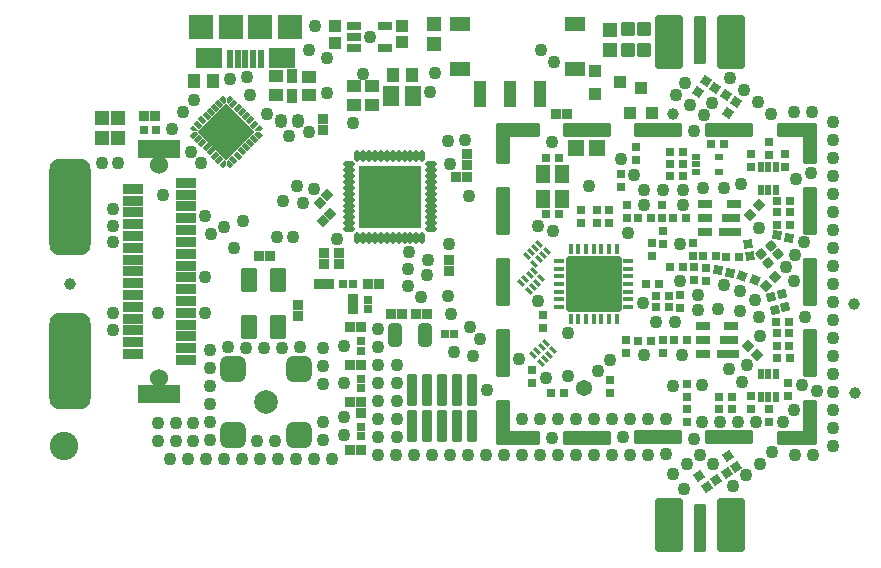
<source format=gts>
G04 Layer_Color=8388736*
%FSLAX25Y25*%
%MOIN*%
G70*
G01*
G75*
%ADD93C,0.03937*%
%ADD121R,0.20879X0.21076*%
%ADD122O,0.03950X0.01784*%
%ADD123O,0.01784X0.03950*%
%ADD124R,0.02953X0.02953*%
%ADD125P,0.19042X4X180.0*%
G04:AMPARAMS|DCode=126|XSize=16.54mil|YSize=24.41mil|CornerRadius=0mil|HoleSize=0mil|Usage=FLASHONLY|Rotation=135.000|XOffset=0mil|YOffset=0mil|HoleType=Round|Shape=Rectangle|*
%AMROTATEDRECTD126*
4,1,4,0.01448,0.00278,-0.00278,-0.01448,-0.01448,-0.00278,0.00278,0.01448,0.01448,0.00278,0.0*
%
%ADD126ROTATEDRECTD126*%

G04:AMPARAMS|DCode=127|XSize=16.54mil|YSize=24.41mil|CornerRadius=0mil|HoleSize=0mil|Usage=FLASHONLY|Rotation=225.000|XOffset=0mil|YOffset=0mil|HoleType=Round|Shape=Rectangle|*
%AMROTATEDRECTD127*
4,1,4,-0.00278,0.01448,0.01448,-0.00278,0.00278,-0.01448,-0.01448,0.00278,-0.00278,0.01448,0.0*
%
%ADD127ROTATEDRECTD127*%

G04:AMPARAMS|DCode=128|XSize=86.74mil|YSize=86.74mil|CornerRadius=22.9mil|HoleSize=0mil|Usage=FLASHONLY|Rotation=180.000|XOffset=0mil|YOffset=0mil|HoleType=Round|Shape=RoundedRectangle|*
%AMROUNDEDRECTD128*
21,1,0.08674,0.04095,0,0,180.0*
21,1,0.04095,0.08674,0,0,180.0*
1,1,0.04580,-0.02047,0.02047*
1,1,0.04580,0.02047,0.02047*
1,1,0.04580,0.02047,-0.02047*
1,1,0.04580,-0.02047,-0.02047*
%
%ADD128ROUNDEDRECTD128*%
G04:AMPARAMS|DCode=129|XSize=86.74mil|YSize=86.74mil|CornerRadius=22.9mil|HoleSize=0mil|Usage=FLASHONLY|Rotation=90.000|XOffset=0mil|YOffset=0mil|HoleType=Round|Shape=RoundedRectangle|*
%AMROUNDEDRECTD129*
21,1,0.08674,0.04095,0,0,90.0*
21,1,0.04095,0.08674,0,0,90.0*
1,1,0.04580,0.02047,0.02047*
1,1,0.04580,0.02047,-0.02047*
1,1,0.04580,-0.02047,-0.02047*
1,1,0.04580,-0.02047,0.02047*
%
%ADD129ROUNDEDRECTD129*%
G04:AMPARAMS|DCode=130|XSize=86.74mil|YSize=86.74mil|CornerRadius=22.9mil|HoleSize=0mil|Usage=FLASHONLY|Rotation=90.000|XOffset=0mil|YOffset=0mil|HoleType=Round|Shape=RoundedRectangle|*
%AMROUNDEDRECTD130*
21,1,0.08674,0.04095,0,0,90.0*
21,1,0.04095,0.08674,0,0,90.0*
1,1,0.04580,0.02047,0.02047*
1,1,0.04580,0.02047,-0.02047*
1,1,0.04580,-0.02047,-0.02047*
1,1,0.04580,-0.02047,0.02047*
%
%ADD130ROUNDEDRECTD130*%
G04:AMPARAMS|DCode=131|XSize=86.74mil|YSize=86.74mil|CornerRadius=22.9mil|HoleSize=0mil|Usage=FLASHONLY|Rotation=90.000|XOffset=0mil|YOffset=0mil|HoleType=Round|Shape=RoundedRectangle|*
%AMROUNDEDRECTD131*
21,1,0.08674,0.04095,0,0,90.0*
21,1,0.04095,0.08674,0,0,90.0*
1,1,0.04580,0.02047,0.02047*
1,1,0.04580,0.02047,-0.02047*
1,1,0.04580,-0.02047,-0.02047*
1,1,0.04580,-0.02047,0.02047*
%
%ADD131ROUNDEDRECTD131*%
%ADD132C,0.07891*%
%ADD133P,0.04176X4X260.0*%
%ADD134R,0.03241X0.03241*%
%ADD135R,0.03241X0.03241*%
G04:AMPARAMS|DCode=136|XSize=13.78mil|YSize=23.62mil|CornerRadius=0mil|HoleSize=0mil|Usage=FLASHONLY|Rotation=45.000|XOffset=0mil|YOffset=0mil|HoleType=Round|Shape=Rectangle|*
%AMROTATEDRECTD136*
4,1,4,0.00348,-0.01322,-0.01322,0.00348,-0.00348,0.01322,0.01322,-0.00348,0.00348,-0.01322,0.0*
%
%ADD136ROTATEDRECTD136*%

G04:AMPARAMS|DCode=137|XSize=29.26mil|YSize=29.65mil|CornerRadius=9.32mil|HoleSize=0mil|Usage=FLASHONLY|Rotation=270.000|XOffset=0mil|YOffset=0mil|HoleType=Round|Shape=RoundedRectangle|*
%AMROUNDEDRECTD137*
21,1,0.02926,0.01102,0,0,270.0*
21,1,0.01063,0.02965,0,0,270.0*
1,1,0.01863,-0.00551,-0.00532*
1,1,0.01863,-0.00551,0.00532*
1,1,0.01863,0.00551,0.00532*
1,1,0.01863,0.00551,-0.00532*
%
%ADD137ROUNDEDRECTD137*%
G04:AMPARAMS|DCode=138|XSize=29.26mil|YSize=29.65mil|CornerRadius=9.32mil|HoleSize=0mil|Usage=FLASHONLY|Rotation=270.000|XOffset=0mil|YOffset=0mil|HoleType=Round|Shape=RoundedRectangle|*
%AMROUNDEDRECTD138*
21,1,0.02926,0.01102,0,0,270.0*
21,1,0.01063,0.02965,0,0,270.0*
1,1,0.01863,-0.00551,-0.00532*
1,1,0.01863,-0.00551,0.00532*
1,1,0.01863,0.00551,0.00532*
1,1,0.01863,0.00551,-0.00532*
%
%ADD138ROUNDEDRECTD138*%
G04:AMPARAMS|DCode=139|XSize=47.37mil|YSize=47.37mil|CornerRadius=9.91mil|HoleSize=0mil|Usage=FLASHONLY|Rotation=180.000|XOffset=0mil|YOffset=0mil|HoleType=Round|Shape=RoundedRectangle|*
%AMROUNDEDRECTD139*
21,1,0.04737,0.02756,0,0,180.0*
21,1,0.02756,0.04737,0,0,180.0*
1,1,0.01981,-0.01378,0.01378*
1,1,0.01981,0.01378,0.01378*
1,1,0.01981,0.01378,-0.01378*
1,1,0.01981,-0.01378,-0.01378*
%
%ADD139ROUNDEDRECTD139*%
%ADD140R,0.04737X0.04343*%
G04:AMPARAMS|DCode=141|XSize=37.61mil|YSize=43.43mil|CornerRadius=11.4mil|HoleSize=0mil|Usage=FLASHONLY|Rotation=180.000|XOffset=0mil|YOffset=0mil|HoleType=Round|Shape=RoundedRectangle|*
%AMROUNDEDRECTD141*
21,1,0.03761,0.02063,0,0,180.0*
21,1,0.01480,0.04343,0,0,180.0*
1,1,0.02280,-0.00740,0.01032*
1,1,0.02280,0.00740,0.01032*
1,1,0.02280,0.00740,-0.01032*
1,1,0.02280,-0.00740,-0.01032*
%
%ADD141ROUNDEDRECTD141*%
G04:AMPARAMS|DCode=142|XSize=37.61mil|YSize=43.43mil|CornerRadius=11.4mil|HoleSize=0mil|Usage=FLASHONLY|Rotation=180.000|XOffset=0mil|YOffset=0mil|HoleType=Round|Shape=RoundedRectangle|*
%AMROUNDEDRECTD142*
21,1,0.03761,0.02063,0,0,180.0*
21,1,0.01480,0.04343,0,0,180.0*
1,1,0.02280,-0.00740,0.01032*
1,1,0.02280,0.00740,0.01032*
1,1,0.02280,0.00740,-0.01032*
1,1,0.02280,-0.00740,-0.01032*
%
%ADD142ROUNDEDRECTD142*%
%ADD143C,0.05394*%
%ADD144R,0.04343X0.04737*%
%ADD145R,0.03556X0.04540*%
G04:AMPARAMS|DCode=146|XSize=33.59mil|YSize=106.42mil|CornerRadius=5.28mil|HoleSize=0mil|Usage=FLASHONLY|Rotation=0.000|XOffset=0mil|YOffset=0mil|HoleType=Round|Shape=RoundedRectangle|*
%AMROUNDEDRECTD146*
21,1,0.03359,0.09587,0,0,0.0*
21,1,0.02303,0.10642,0,0,0.0*
1,1,0.01056,0.01152,-0.04793*
1,1,0.01056,-0.01152,-0.04793*
1,1,0.01056,-0.01152,0.04793*
1,1,0.01056,0.01152,0.04793*
%
%ADD146ROUNDEDRECTD146*%
G04:AMPARAMS|DCode=147|XSize=78.87mil|YSize=55.24mil|CornerRadius=6.36mil|HoleSize=0mil|Usage=FLASHONLY|Rotation=90.000|XOffset=0mil|YOffset=0mil|HoleType=Round|Shape=RoundedRectangle|*
%AMROUNDEDRECTD147*
21,1,0.07887,0.04252,0,0,90.0*
21,1,0.06614,0.05524,0,0,90.0*
1,1,0.01272,0.02126,0.03307*
1,1,0.01272,0.02126,-0.03307*
1,1,0.01272,-0.02126,-0.03307*
1,1,0.01272,-0.02126,0.03307*
%
%ADD147ROUNDEDRECTD147*%
G04:AMPARAMS|DCode=148|XSize=29.26mil|YSize=29.65mil|CornerRadius=9.32mil|HoleSize=0mil|Usage=FLASHONLY|Rotation=180.000|XOffset=0mil|YOffset=0mil|HoleType=Round|Shape=RoundedRectangle|*
%AMROUNDEDRECTD148*
21,1,0.02926,0.01102,0,0,180.0*
21,1,0.01063,0.02965,0,0,180.0*
1,1,0.01863,-0.00532,0.00551*
1,1,0.01863,0.00532,0.00551*
1,1,0.01863,0.00532,-0.00551*
1,1,0.01863,-0.00532,-0.00551*
%
%ADD148ROUNDEDRECTD148*%
G04:AMPARAMS|DCode=149|XSize=29.26mil|YSize=29.65mil|CornerRadius=9.32mil|HoleSize=0mil|Usage=FLASHONLY|Rotation=180.000|XOffset=0mil|YOffset=0mil|HoleType=Round|Shape=RoundedRectangle|*
%AMROUNDEDRECTD149*
21,1,0.02926,0.01102,0,0,180.0*
21,1,0.01063,0.02965,0,0,180.0*
1,1,0.01863,-0.00532,0.00551*
1,1,0.01863,0.00532,0.00551*
1,1,0.01863,0.00532,-0.00551*
1,1,0.01863,-0.00532,-0.00551*
%
%ADD149ROUNDEDRECTD149*%
%ADD150R,0.05512X0.05512*%
%ADD151R,0.01969X0.03740*%
G04:AMPARAMS|DCode=152|XSize=70.87mil|YSize=29.53mil|CornerRadius=2.61mil|HoleSize=0mil|Usage=FLASHONLY|Rotation=180.000|XOffset=0mil|YOffset=0mil|HoleType=Round|Shape=RoundedRectangle|*
%AMROUNDEDRECTD152*
21,1,0.07087,0.02431,0,0,180.0*
21,1,0.06565,0.02953,0,0,180.0*
1,1,0.00522,-0.03283,0.01216*
1,1,0.00522,0.03283,0.01216*
1,1,0.00522,0.03283,-0.01216*
1,1,0.00522,-0.03283,-0.01216*
%
%ADD152ROUNDEDRECTD152*%
G04:AMPARAMS|DCode=153|XSize=62.99mil|YSize=29.53mil|CornerRadius=2.61mil|HoleSize=0mil|Usage=FLASHONLY|Rotation=180.000|XOffset=0mil|YOffset=0mil|HoleType=Round|Shape=RoundedRectangle|*
%AMROUNDEDRECTD153*
21,1,0.06299,0.02431,0,0,180.0*
21,1,0.05778,0.02953,0,0,180.0*
1,1,0.00522,-0.02889,0.01216*
1,1,0.00522,0.02889,0.01216*
1,1,0.00522,0.02889,-0.01216*
1,1,0.00522,-0.02889,-0.01216*
%
%ADD153ROUNDEDRECTD153*%
G04:AMPARAMS|DCode=154|XSize=47.24mil|YSize=29.53mil|CornerRadius=2.61mil|HoleSize=0mil|Usage=FLASHONLY|Rotation=180.000|XOffset=0mil|YOffset=0mil|HoleType=Round|Shape=RoundedRectangle|*
%AMROUNDEDRECTD154*
21,1,0.04724,0.02431,0,0,180.0*
21,1,0.04203,0.02953,0,0,180.0*
1,1,0.00522,-0.02101,0.01216*
1,1,0.00522,0.02101,0.01216*
1,1,0.00522,0.02101,-0.01216*
1,1,0.00522,-0.02101,-0.01216*
%
%ADD154ROUNDEDRECTD154*%
G04:AMPARAMS|DCode=155|XSize=39.37mil|YSize=161.42mil|CornerRadius=3.74mil|HoleSize=0mil|Usage=FLASHONLY|Rotation=0.000|XOffset=0mil|YOffset=0mil|HoleType=Round|Shape=RoundedRectangle|*
%AMROUNDEDRECTD155*
21,1,0.03937,0.15394,0,0,0.0*
21,1,0.03189,0.16142,0,0,0.0*
1,1,0.00748,0.01595,-0.07697*
1,1,0.00748,-0.01595,-0.07697*
1,1,0.00748,-0.01595,0.07697*
1,1,0.00748,0.01595,0.07697*
%
%ADD155ROUNDEDRECTD155*%
%ADD156P,0.04176X4X270.0*%
%ADD157P,0.04176X4X330.0*%
%ADD158R,0.02953X0.02953*%
%ADD159R,0.04724X0.06299*%
%ADD160R,0.02769X0.02375*%
G04:AMPARAMS|DCode=161|XSize=47.37mil|YSize=78.87mil|CornerRadius=13.84mil|HoleSize=0mil|Usage=FLASHONLY|Rotation=180.000|XOffset=0mil|YOffset=0mil|HoleType=Round|Shape=RoundedRectangle|*
%AMROUNDEDRECTD161*
21,1,0.04737,0.05118,0,0,180.0*
21,1,0.01969,0.07887,0,0,180.0*
1,1,0.02769,-0.00984,0.02559*
1,1,0.02769,0.00984,0.02559*
1,1,0.02769,0.00984,-0.02559*
1,1,0.02769,-0.00984,-0.02559*
%
%ADD161ROUNDEDRECTD161*%
%ADD162R,0.02375X0.06115*%
%ADD163R,0.09068X0.07099*%
%ADD164R,0.07887X0.08280*%
%ADD165R,0.08280X0.08280*%
%ADD166R,0.03950X0.08674*%
%ADD167R,0.06902X0.05131*%
%ADD168R,0.04737X0.03162*%
%ADD169R,0.04343X0.03950*%
%ADD170R,0.05328X0.06509*%
%ADD171P,0.04583X4X180.0*%
%ADD172R,0.14186X0.05918*%
%ADD173R,0.06706X0.03556*%
%ADD174R,0.04737X0.05131*%
%ADD175R,0.03162X0.02769*%
%ADD176P,0.04176X4X100.0*%
%ADD177P,0.04176X4X190.0*%
%ADD178P,0.04176X4X265.0*%
%ADD179P,0.04176X4X215.0*%
%ADD180P,0.04176X4X273.0*%
%ADD181P,0.04176X4X320.0*%
%ADD182P,0.04176X4X180.0*%
%ADD183P,0.04176X4X385.0*%
%ADD184P,0.04176X4X350.0*%
%ADD185R,0.03950X0.04343*%
%ADD186R,0.04343X0.03950*%
G04:AMPARAMS|DCode=187|XSize=47.37mil|YSize=148.55mil|CornerRadius=4.98mil|HoleSize=0mil|Usage=FLASHONLY|Rotation=270.000|XOffset=0mil|YOffset=0mil|HoleType=Round|Shape=RoundedRectangle|*
%AMROUNDEDRECTD187*
21,1,0.04737,0.13858,0,0,270.0*
21,1,0.03740,0.14855,0,0,270.0*
1,1,0.00997,-0.06929,-0.01870*
1,1,0.00997,-0.06929,0.01870*
1,1,0.00997,0.06929,0.01870*
1,1,0.00997,0.06929,-0.01870*
%
%ADD187ROUNDEDRECTD187*%
G04:AMPARAMS|DCode=188|XSize=47.37mil|YSize=148.55mil|CornerRadius=4.98mil|HoleSize=0mil|Usage=FLASHONLY|Rotation=180.000|XOffset=0mil|YOffset=0mil|HoleType=Round|Shape=RoundedRectangle|*
%AMROUNDEDRECTD188*
21,1,0.04737,0.13858,0,0,180.0*
21,1,0.03740,0.14855,0,0,180.0*
1,1,0.00997,-0.01870,0.06929*
1,1,0.00997,0.01870,0.06929*
1,1,0.00997,0.01870,-0.06929*
1,1,0.00997,-0.01870,-0.06929*
%
%ADD188ROUNDEDRECTD188*%
G04:AMPARAMS|DCode=189|XSize=47.37mil|YSize=135.56mil|CornerRadius=4.98mil|HoleSize=0mil|Usage=FLASHONLY|Rotation=180.000|XOffset=0mil|YOffset=0mil|HoleType=Round|Shape=RoundedRectangle|*
%AMROUNDEDRECTD189*
21,1,0.04737,0.12559,0,0,180.0*
21,1,0.03740,0.13556,0,0,180.0*
1,1,0.00997,-0.01870,0.06280*
1,1,0.00997,0.01870,0.06280*
1,1,0.00997,0.01870,-0.06280*
1,1,0.00997,-0.01870,-0.06280*
%
%ADD189ROUNDEDRECTD189*%
G04:AMPARAMS|DCode=190|XSize=47.37mil|YSize=135.56mil|CornerRadius=4.98mil|HoleSize=0mil|Usage=FLASHONLY|Rotation=90.000|XOffset=0mil|YOffset=0mil|HoleType=Round|Shape=RoundedRectangle|*
%AMROUNDEDRECTD190*
21,1,0.04737,0.12559,0,0,90.0*
21,1,0.03740,0.13556,0,0,90.0*
1,1,0.00997,0.06280,0.01870*
1,1,0.00997,0.06280,-0.01870*
1,1,0.00997,-0.06280,-0.01870*
1,1,0.00997,-0.06280,0.01870*
%
%ADD190ROUNDEDRECTD190*%
G04:AMPARAMS|DCode=191|XSize=47.37mil|YSize=157.61mil|CornerRadius=4.98mil|HoleSize=0mil|Usage=FLASHONLY|Rotation=90.000|XOffset=0mil|YOffset=0mil|HoleType=Round|Shape=RoundedRectangle|*
%AMROUNDEDRECTD191*
21,1,0.04737,0.14764,0,0,90.0*
21,1,0.03740,0.15761,0,0,90.0*
1,1,0.00997,0.07382,0.01870*
1,1,0.00997,0.07382,-0.01870*
1,1,0.00997,-0.07382,-0.01870*
1,1,0.00997,-0.07382,0.01870*
%
%ADD191ROUNDEDRECTD191*%
G04:AMPARAMS|DCode=192|XSize=47.37mil|YSize=157.61mil|CornerRadius=4.98mil|HoleSize=0mil|Usage=FLASHONLY|Rotation=0.000|XOffset=0mil|YOffset=0mil|HoleType=Round|Shape=RoundedRectangle|*
%AMROUNDEDRECTD192*
21,1,0.04737,0.14764,0,0,0.0*
21,1,0.03740,0.15761,0,0,0.0*
1,1,0.00997,0.01870,-0.07382*
1,1,0.00997,-0.01870,-0.07382*
1,1,0.00997,-0.01870,0.07382*
1,1,0.00997,0.01870,0.07382*
%
%ADD192ROUNDEDRECTD192*%
G04:AMPARAMS|DCode=193|XSize=185.04mil|YSize=185.04mil|CornerRadius=6.5mil|HoleSize=0mil|Usage=FLASHONLY|Rotation=270.000|XOffset=0mil|YOffset=0mil|HoleType=Round|Shape=RoundedRectangle|*
%AMROUNDEDRECTD193*
21,1,0.18504,0.17205,0,0,270.0*
21,1,0.17205,0.18504,0,0,270.0*
1,1,0.01299,-0.08602,-0.08602*
1,1,0.01299,-0.08602,0.08602*
1,1,0.01299,0.08602,0.08602*
1,1,0.01299,0.08602,-0.08602*
%
%ADD193ROUNDEDRECTD193*%
%ADD194O,0.01575X0.03543*%
%ADD195O,0.03543X0.01575*%
%ADD196C,0.09494*%
G04:AMPARAMS|DCode=197|XSize=90.55mil|YSize=177.16mil|CornerRadius=6.3mil|HoleSize=0mil|Usage=FLASHONLY|Rotation=0.000|XOffset=0mil|YOffset=0mil|HoleType=Round|Shape=RoundedRectangle|*
%AMROUNDEDRECTD197*
21,1,0.09055,0.16457,0,0,0.0*
21,1,0.07795,0.17716,0,0,0.0*
1,1,0.01260,0.03898,-0.08228*
1,1,0.01260,-0.03898,-0.08228*
1,1,0.01260,-0.03898,0.08228*
1,1,0.01260,0.03898,0.08228*
%
%ADD197ROUNDEDRECTD197*%
G04:AMPARAMS|DCode=198|XSize=137.92mil|YSize=322.96mil|CornerRadius=36.48mil|HoleSize=0mil|Usage=FLASHONLY|Rotation=0.000|XOffset=0mil|YOffset=0mil|HoleType=Round|Shape=RoundedRectangle|*
%AMROUNDEDRECTD198*
21,1,0.13792,0.25000,0,0,0.0*
21,1,0.06496,0.32296,0,0,0.0*
1,1,0.07296,0.03248,-0.12500*
1,1,0.07296,-0.03248,-0.12500*
1,1,0.07296,-0.03248,0.12500*
1,1,0.07296,0.03248,0.12500*
%
%ADD198ROUNDEDRECTD198*%
%ADD199C,0.06000*%
%ADD200C,0.04300*%
G36*
X50877Y50525D02*
X51392Y50011D01*
X49666Y48285D01*
X48497Y49455D01*
X49569Y50526D01*
X50877Y50525D01*
D02*
G37*
G36*
X72828Y49455D02*
X71659Y48285D01*
X69933Y50011D01*
X70448Y50525D01*
X71756Y50526D01*
X72828Y49455D01*
D02*
G37*
G36*
X63085Y39711D02*
X61915Y38542D01*
X60844Y39614D01*
X60845Y40921D01*
X61359Y41437D01*
X63085Y39711D01*
D02*
G37*
G36*
X60480Y40921D02*
X60481Y39614D01*
X59410Y38542D01*
X58241Y39711D01*
X59967Y41437D01*
X60480Y40921D01*
D02*
G37*
G36*
X60481Y61801D02*
X60480Y60493D01*
X59967Y59978D01*
X58241Y61704D01*
X59410Y62873D01*
X60481Y61801D01*
D02*
G37*
G36*
X63085Y61704D02*
X61359Y59978D01*
X60845Y60493D01*
X60844Y61801D01*
X61915Y62873D01*
X63085Y61704D01*
D02*
G37*
G36*
X51392Y51403D02*
X50877Y50890D01*
X49569Y50889D01*
X48497Y51960D01*
X49666Y53129D01*
X51392Y51403D01*
D02*
G37*
G36*
X72828Y51960D02*
X71756Y50889D01*
X70448Y50890D01*
X69933Y51403D01*
X71659Y53129D01*
X72828Y51960D01*
D02*
G37*
D93*
X8500Y0D02*
D03*
X270100Y-36500D02*
D03*
X270000Y-6700D02*
D03*
X209600Y56600D02*
D03*
D121*
X115158Y29071D02*
D03*
D122*
X101477Y18244D02*
D03*
Y20212D02*
D03*
Y22181D02*
D03*
Y24149D02*
D03*
Y26118D02*
D03*
Y28087D02*
D03*
Y30055D02*
D03*
Y32024D02*
D03*
Y33992D02*
D03*
Y35961D02*
D03*
Y37929D02*
D03*
Y39898D02*
D03*
X128839D02*
D03*
Y37929D02*
D03*
Y35961D02*
D03*
Y33992D02*
D03*
Y32024D02*
D03*
Y30055D02*
D03*
Y28087D02*
D03*
Y26118D02*
D03*
Y24149D02*
D03*
Y22181D02*
D03*
Y20212D02*
D03*
Y18244D02*
D03*
D123*
X104331Y42752D02*
D03*
X106299D02*
D03*
X108268D02*
D03*
X110237D02*
D03*
X112205D02*
D03*
X114174D02*
D03*
X116142D02*
D03*
X118111D02*
D03*
X120079D02*
D03*
X122048D02*
D03*
X124016D02*
D03*
X125985D02*
D03*
Y15390D02*
D03*
X124016D02*
D03*
X122048D02*
D03*
X120079D02*
D03*
X118111D02*
D03*
X116142D02*
D03*
X114174D02*
D03*
X112205D02*
D03*
X110237D02*
D03*
X108268D02*
D03*
X106299D02*
D03*
X104331D02*
D03*
D124*
X248300Y-16435D02*
D03*
X248300Y-20765D02*
D03*
X162400Y-28735D02*
D03*
Y-33065D02*
D03*
X197100Y41235D02*
D03*
Y45565D02*
D03*
X192100Y32135D02*
D03*
Y36465D02*
D03*
X214300Y-45965D02*
D03*
Y-41635D02*
D03*
Y-37665D02*
D03*
Y-33335D02*
D03*
X235700Y39035D02*
D03*
Y43365D02*
D03*
X184300Y20135D02*
D03*
Y24465D02*
D03*
X247900Y-37465D02*
D03*
Y-33135D02*
D03*
X244300Y-20765D02*
D03*
X244300Y-16435D02*
D03*
X220600Y5265D02*
D03*
Y935D02*
D03*
X206200Y-18800D02*
D03*
X206200Y-23131D02*
D03*
X216200Y9235D02*
D03*
X216200Y13565D02*
D03*
X202600Y9235D02*
D03*
Y13565D02*
D03*
X206300Y13335D02*
D03*
Y17665D02*
D03*
X248500Y19735D02*
D03*
X248500Y24065D02*
D03*
X244300Y24065D02*
D03*
Y19735D02*
D03*
X194000Y-18800D02*
D03*
Y-23131D02*
D03*
X194200Y22035D02*
D03*
Y26365D02*
D03*
X216600Y1235D02*
D03*
Y5565D02*
D03*
X235500Y-41765D02*
D03*
Y-37435D02*
D03*
X247000Y43365D02*
D03*
Y39035D02*
D03*
X166299Y-10296D02*
D03*
Y-14627D02*
D03*
X178834Y20135D02*
D03*
Y24465D02*
D03*
X188064Y20140D02*
D03*
Y24470D02*
D03*
X241400Y42935D02*
D03*
X241400Y47265D02*
D03*
X241400Y-41635D02*
D03*
X241400Y-45965D02*
D03*
X188700Y-31935D02*
D03*
Y-36265D02*
D03*
X205900Y22000D02*
D03*
Y26331D02*
D03*
X212000Y-3635D02*
D03*
Y-7965D02*
D03*
D125*
X60663Y50707D02*
D03*
D126*
X58296Y41381D02*
D03*
X56904Y42773D02*
D03*
X55512Y44165D02*
D03*
X54120Y45557D02*
D03*
X52728Y46949D02*
D03*
X51337Y48341D02*
D03*
X63029Y60033D02*
D03*
X64421Y58641D02*
D03*
X65813Y57249D02*
D03*
X67205Y55857D02*
D03*
X68597Y54466D02*
D03*
X69989Y53074D02*
D03*
D127*
X51337D02*
D03*
X52728Y54466D02*
D03*
X54120Y55857D02*
D03*
X55512Y57249D02*
D03*
X56904Y58641D02*
D03*
X58296Y60033D02*
D03*
X69989Y48341D02*
D03*
X68597Y46949D02*
D03*
X67205Y45557D02*
D03*
X65813Y44165D02*
D03*
X64421Y42773D02*
D03*
X63029Y41381D02*
D03*
D128*
X62876Y-28276D02*
D03*
D129*
Y-50324D02*
D03*
D130*
X84924Y-28276D02*
D03*
D131*
Y-50324D02*
D03*
D132*
X73900Y-39300D02*
D03*
D133*
X223917Y-65518D02*
D03*
X227465Y-63034D02*
D03*
D134*
X101928Y-39400D02*
D03*
X105472D02*
D03*
X174272Y56500D02*
D03*
X170728D02*
D03*
X36872Y55800D02*
D03*
X33328D02*
D03*
X137228Y35500D02*
D03*
X140772D02*
D03*
X105454Y-14390D02*
D03*
X101911D02*
D03*
X75172Y9400D02*
D03*
X71628Y9400D02*
D03*
X105452Y-55475D02*
D03*
X101909D02*
D03*
X107868Y46D02*
D03*
X111412D02*
D03*
X95047Y-1D02*
D03*
X91504D02*
D03*
X105457Y-26928D02*
D03*
X101914D02*
D03*
X115710Y-10058D02*
D03*
X119254D02*
D03*
X127472Y-10100D02*
D03*
X123928D02*
D03*
D135*
X141000Y43272D02*
D03*
Y39728D02*
D03*
X93000Y54972D02*
D03*
Y51428D02*
D03*
X84500Y-7128D02*
D03*
Y-10672D02*
D03*
X105452Y-39403D02*
D03*
Y-42946D02*
D03*
X102845Y-4901D02*
D03*
Y-8444D02*
D03*
X98084Y10174D02*
D03*
Y6630D02*
D03*
X93190Y10177D02*
D03*
Y6634D02*
D03*
X134800Y7972D02*
D03*
Y4428D02*
D03*
D136*
X165641Y1835D02*
D03*
X164249Y443D02*
D03*
X162857Y-949D02*
D03*
X161465Y-2341D02*
D03*
X158959Y165D02*
D03*
X160351Y1557D02*
D03*
X161743Y2949D02*
D03*
X163135Y4341D02*
D03*
X169641Y-22165D02*
D03*
X168249Y-23557D02*
D03*
X166857Y-24949D02*
D03*
X165465Y-26341D02*
D03*
X162959Y-23835D02*
D03*
X164351Y-22443D02*
D03*
X165743Y-21051D02*
D03*
X167135Y-19659D02*
D03*
X167541Y10935D02*
D03*
X166149Y9543D02*
D03*
X164757Y8151D02*
D03*
X163365Y6759D02*
D03*
X160859Y9265D02*
D03*
X162251Y10657D02*
D03*
X163643Y12049D02*
D03*
X165035Y13441D02*
D03*
D137*
X133525Y-16800D02*
D03*
X102843Y-133D02*
D03*
D138*
X136675Y-16800D02*
D03*
X99694Y-133D02*
D03*
D139*
X199800Y77900D02*
D03*
Y84806D02*
D03*
X194400Y77900D02*
D03*
Y84806D02*
D03*
D140*
X103100Y59500D02*
D03*
Y65799D02*
D03*
X109200Y59500D02*
D03*
Y65799D02*
D03*
X88158Y69130D02*
D03*
Y62831D02*
D03*
X77266Y62841D02*
D03*
Y69140D02*
D03*
D141*
X78932Y54328D02*
D03*
D142*
X84444D02*
D03*
D143*
X180000Y-34800D02*
D03*
D144*
X50050Y67700D02*
D03*
X56350D02*
D03*
X122650Y69500D02*
D03*
X116350D02*
D03*
D145*
X82696Y69169D02*
D03*
Y62673D02*
D03*
D146*
X122600Y-35394D02*
D03*
X127600D02*
D03*
X132600D02*
D03*
X137600D02*
D03*
X142600D02*
D03*
Y-47205D02*
D03*
X137600D02*
D03*
X132600D02*
D03*
X127600D02*
D03*
X122600D02*
D03*
D147*
X68288Y-14462D02*
D03*
Y1286D02*
D03*
X77737Y-14462D02*
D03*
Y1286D02*
D03*
D148*
X105452Y-47600D02*
D03*
X107869Y-5294D02*
D03*
X105455Y-31575D02*
D03*
X105455Y-19100D02*
D03*
D149*
X105452Y-50749D02*
D03*
X107869Y-8443D02*
D03*
X105455Y-34724D02*
D03*
X105455Y-22250D02*
D03*
D150*
X177157Y45300D02*
D03*
X184243D02*
D03*
D151*
X238808Y31460D02*
D03*
X241367Y31460D02*
D03*
X243926Y31460D02*
D03*
X243926Y38940D02*
D03*
X241367D02*
D03*
X238808Y38940D02*
D03*
X243926Y-30123D02*
D03*
X241367Y-30123D02*
D03*
X238808Y-30123D02*
D03*
X238808Y-37604D02*
D03*
X241367Y-37604D02*
D03*
X243926Y-37604D02*
D03*
D152*
X227843Y-23524D02*
D03*
X228643Y17276D02*
D03*
D153*
X228237Y-18800D02*
D03*
X229037Y22000D02*
D03*
D154*
X229024Y-14076D02*
D03*
X219576Y-23524D02*
D03*
Y-18800D02*
D03*
X219576Y-14076D02*
D03*
X229824Y26724D02*
D03*
X220376Y17276D02*
D03*
X220376Y22000D02*
D03*
Y26724D02*
D03*
D155*
X218600Y-81300D02*
D03*
Y81300D02*
D03*
D156*
X240569Y-831D02*
D03*
X243631Y2231D02*
D03*
D157*
X243421Y-8683D02*
D03*
X242300Y-4500D02*
D03*
X245840Y-3508D02*
D03*
X246960Y-7692D02*
D03*
D158*
X244235Y-24600D02*
D03*
X248565Y-24600D02*
D03*
X243995Y-12606D02*
D03*
X248326D02*
D03*
X200435Y0D02*
D03*
X204765D02*
D03*
X209835Y-18800D02*
D03*
X214165Y-18800D02*
D03*
X244235Y27500D02*
D03*
X248565Y27500D02*
D03*
X203935Y-4100D02*
D03*
X208265D02*
D03*
X203935Y-7800D02*
D03*
X208265D02*
D03*
X202165Y-18965D02*
D03*
X197835Y-18965D02*
D03*
X202165Y22000D02*
D03*
X197835D02*
D03*
X171570Y23132D02*
D03*
X167239D02*
D03*
X167229Y42023D02*
D03*
X171560D02*
D03*
X208535Y43800D02*
D03*
X212865D02*
D03*
Y35800D02*
D03*
X208535D02*
D03*
Y39800D02*
D03*
X212865D02*
D03*
X226465Y46500D02*
D03*
X222135D02*
D03*
X168935Y-36500D02*
D03*
X173265D02*
D03*
X224935Y-41600D02*
D03*
X229265D02*
D03*
X229365Y-37600D02*
D03*
X225035D02*
D03*
X208435Y5500D02*
D03*
X212765D02*
D03*
X209535Y22000D02*
D03*
X213865D02*
D03*
X219535Y9200D02*
D03*
X223865D02*
D03*
X231565Y9100D02*
D03*
X227235Y9100D02*
D03*
D159*
X172544Y36688D02*
D03*
X166245D02*
D03*
X172544Y28420D02*
D03*
X166245D02*
D03*
D160*
X224746Y37282D02*
D03*
Y42400D02*
D03*
X217265Y37282D02*
D03*
Y39841D02*
D03*
Y42400D02*
D03*
D161*
X126803Y-17158D02*
D03*
X116961D02*
D03*
D162*
X61921Y74968D02*
D03*
X72158D02*
D03*
X69598D02*
D03*
X64480D02*
D03*
X67039D02*
D03*
D163*
X54835Y75461D02*
D03*
X79244D02*
D03*
D164*
X82000Y85500D02*
D03*
X52079D02*
D03*
D165*
X71764D02*
D03*
X62315D02*
D03*
D166*
X145180Y63252D02*
D03*
X165180D02*
D03*
X155180D02*
D03*
D167*
X138507Y86500D02*
D03*
X176893D02*
D03*
Y71500D02*
D03*
X138507D02*
D03*
D168*
X113730Y86070D02*
D03*
Y78589D02*
D03*
X103100D02*
D03*
Y82330D02*
D03*
Y86070D02*
D03*
D169*
X97005Y85816D02*
D03*
Y80304D02*
D03*
X119167Y86075D02*
D03*
Y80563D02*
D03*
D170*
X115657Y62500D02*
D03*
X122743D02*
D03*
D171*
X95353Y23453D02*
D03*
X92847Y20947D02*
D03*
X94253Y29553D02*
D03*
X91747Y27047D02*
D03*
D172*
X38275Y45103D02*
D03*
Y-36787D02*
D03*
D173*
X47133Y-25369D02*
D03*
Y-21432D02*
D03*
Y-17495D02*
D03*
Y-13558D02*
D03*
Y-9621D02*
D03*
Y-5684D02*
D03*
Y-1747D02*
D03*
Y33686D02*
D03*
Y29749D02*
D03*
Y25812D02*
D03*
Y21875D02*
D03*
Y17938D02*
D03*
Y14001D02*
D03*
Y10064D02*
D03*
Y6127D02*
D03*
Y2190D02*
D03*
X29417Y31717D02*
D03*
Y27780D02*
D03*
Y23843D02*
D03*
Y19906D02*
D03*
Y15969D02*
D03*
Y12032D02*
D03*
Y8095D02*
D03*
Y-23401D02*
D03*
Y-19464D02*
D03*
Y-15527D02*
D03*
Y-11590D02*
D03*
Y-7653D02*
D03*
Y-3716D02*
D03*
Y221D02*
D03*
Y4158D02*
D03*
D174*
X24700Y48554D02*
D03*
Y55246D02*
D03*
X19200Y48554D02*
D03*
Y55246D02*
D03*
X129900Y79954D02*
D03*
Y86646D02*
D03*
X188500Y77954D02*
D03*
Y84646D02*
D03*
D175*
X37069Y51400D02*
D03*
X33132D02*
D03*
D176*
X220528Y67644D02*
D03*
X218043Y64096D02*
D03*
X230442Y60474D02*
D03*
X227958Y56926D02*
D03*
D177*
X223626Y65342D02*
D03*
X227174Y62858D02*
D03*
D178*
X241341Y7108D02*
D03*
X244659Y9892D02*
D03*
X242259Y12592D02*
D03*
X238941Y9808D02*
D03*
D179*
X244068Y16176D02*
D03*
X248332Y15424D02*
D03*
X224422Y4526D02*
D03*
X228687Y3774D02*
D03*
D180*
X235351Y23091D02*
D03*
X238249Y26309D02*
D03*
D181*
X235089Y9143D02*
D03*
X234711Y13457D02*
D03*
D182*
X234469Y-20669D02*
D03*
X237531Y-23731D02*
D03*
D183*
X236735Y1159D02*
D03*
X232665Y2641D02*
D03*
D184*
X220742Y-67674D02*
D03*
X218258Y-64126D02*
D03*
X230442Y-60874D02*
D03*
X227958Y-57326D02*
D03*
D185*
X198900Y65331D02*
D03*
X202640Y57063D02*
D03*
X195160D02*
D03*
D186*
X191831Y67200D02*
D03*
X183563Y63460D02*
D03*
Y70940D02*
D03*
D187*
X157903Y-51220D02*
D03*
X157869Y51212D02*
D03*
D188*
X152809Y-46145D02*
D03*
X255207Y-46137D02*
D03*
D189*
X255196Y46791D02*
D03*
X152789Y46791D02*
D03*
D190*
X250782Y51199D02*
D03*
X250788Y-51210D02*
D03*
D191*
X181023Y-51218D02*
D03*
X204653Y-51196D02*
D03*
X228268D02*
D03*
X228275Y51207D02*
D03*
X204661D02*
D03*
X181031Y51185D02*
D03*
D192*
X152791Y-23010D02*
D03*
X152800Y617D02*
D03*
X255194Y670D02*
D03*
X255175Y24348D02*
D03*
X255186Y-22957D02*
D03*
X152780Y24295D02*
D03*
D193*
X183100Y0D02*
D03*
D194*
X190777Y11614D02*
D03*
X188218D02*
D03*
X185659D02*
D03*
X183100D02*
D03*
X180541D02*
D03*
X177982D02*
D03*
X175423D02*
D03*
Y-11614D02*
D03*
X177982D02*
D03*
X180541D02*
D03*
X183100D02*
D03*
X185659D02*
D03*
X188218D02*
D03*
X190777D02*
D03*
D195*
X171486Y7677D02*
D03*
Y5118D02*
D03*
Y2559D02*
D03*
Y0D02*
D03*
Y-2559D02*
D03*
Y-5118D02*
D03*
Y-7677D02*
D03*
X194714D02*
D03*
Y-5118D02*
D03*
Y-2559D02*
D03*
Y0D02*
D03*
Y2559D02*
D03*
Y5118D02*
D03*
Y7677D02*
D03*
D196*
X6400Y-54100D02*
D03*
D197*
X228836Y-80513D02*
D03*
X208364D02*
D03*
Y80513D02*
D03*
X228836D02*
D03*
D198*
X8700Y25591D02*
D03*
Y-25591D02*
D03*
D199*
X38275Y39788D02*
D03*
Y-31472D02*
D03*
D200*
X255600Y36800D02*
D03*
X130300Y70300D02*
D03*
X209500Y-34000D02*
D03*
X38000Y-52500D02*
D03*
Y-46500D02*
D03*
X71000Y-52500D02*
D03*
X77000D02*
D03*
X257700Y-35700D02*
D03*
X255200Y-41600D02*
D03*
Y-27500D02*
D03*
Y-18200D02*
D03*
Y-4100D02*
D03*
Y5400D02*
D03*
Y42600D02*
D03*
X255196Y46791D02*
D03*
X255200Y29100D02*
D03*
Y19900D02*
D03*
X176400Y51200D02*
D03*
X255207Y-46137D02*
D03*
X152900Y-45100D02*
D03*
X185700Y51200D02*
D03*
X157903Y-51220D02*
D03*
X162800Y-51200D02*
D03*
X176300Y-51300D02*
D03*
X185800Y-51200D02*
D03*
X200100D02*
D03*
X209300D02*
D03*
X223500D02*
D03*
X233000D02*
D03*
X247500D02*
D03*
X199900Y51300D02*
D03*
X250782Y51199D02*
D03*
X246600Y51300D02*
D03*
X233400Y51200D02*
D03*
X223100D02*
D03*
X209200D02*
D03*
X216400Y51000D02*
D03*
X216500Y-51600D02*
D03*
X192800Y-51200D02*
D03*
X169100Y-51300D02*
D03*
X207300Y-45000D02*
D03*
X201300D02*
D03*
X195300D02*
D03*
X189300D02*
D03*
X183300D02*
D03*
X177300D02*
D03*
X171300D02*
D03*
X165300D02*
D03*
X159300D02*
D03*
X255800Y57200D02*
D03*
X249800D02*
D03*
X256300Y-57200D02*
D03*
X250300D02*
D03*
X262800Y54000D02*
D03*
Y48000D02*
D03*
Y42000D02*
D03*
Y36000D02*
D03*
Y30000D02*
D03*
Y24000D02*
D03*
Y18000D02*
D03*
Y12000D02*
D03*
Y6000D02*
D03*
Y0D02*
D03*
Y-6000D02*
D03*
Y-12000D02*
D03*
Y-18000D02*
D03*
Y-24000D02*
D03*
Y-30000D02*
D03*
Y-36000D02*
D03*
Y-42000D02*
D03*
Y-48000D02*
D03*
Y-54000D02*
D03*
X237900Y60500D02*
D03*
X242128Y56676D02*
D03*
X233226Y64550D02*
D03*
X228667Y68519D02*
D03*
X242600Y-56100D02*
D03*
X238700Y-59900D02*
D03*
X210400Y62800D02*
D03*
X213400Y67100D02*
D03*
X171300Y-56900D02*
D03*
X177300D02*
D03*
X183300D02*
D03*
X189300D02*
D03*
X195300D02*
D03*
X201300D02*
D03*
X207300Y-56800D02*
D03*
X99800Y-20600D02*
D03*
Y-33200D02*
D03*
X43900Y-46300D02*
D03*
Y-52300D02*
D03*
X49500Y-46300D02*
D03*
Y-52300D02*
D03*
X92800Y-33400D02*
D03*
X67100Y-21400D02*
D03*
X61100Y-21100D02*
D03*
X73100Y-21400D02*
D03*
X79100D02*
D03*
X85100Y-21100D02*
D03*
X99800Y-50500D02*
D03*
Y-44500D02*
D03*
X55100Y-51900D02*
D03*
Y-45900D02*
D03*
Y-39900D02*
D03*
Y-33900D02*
D03*
Y-27900D02*
D03*
Y-21900D02*
D03*
X92800Y-21400D02*
D03*
Y-27400D02*
D03*
Y-46000D02*
D03*
Y-52000D02*
D03*
X117400Y-27000D02*
D03*
Y-33000D02*
D03*
Y-39000D02*
D03*
Y-45000D02*
D03*
Y-51000D02*
D03*
X111200Y-50900D02*
D03*
Y-44900D02*
D03*
Y-38900D02*
D03*
Y-32900D02*
D03*
Y-26900D02*
D03*
Y-20900D02*
D03*
Y-14900D02*
D03*
X165300Y-56900D02*
D03*
X159300D02*
D03*
X153300D02*
D03*
X147300D02*
D03*
X141300D02*
D03*
X135300D02*
D03*
X129300D02*
D03*
X123300D02*
D03*
X117300D02*
D03*
X111300D02*
D03*
X95900Y-58400D02*
D03*
X89900D02*
D03*
X83900D02*
D03*
X77900D02*
D03*
X71900D02*
D03*
X65900D02*
D03*
X59900D02*
D03*
X53900D02*
D03*
X47900D02*
D03*
X41900D02*
D03*
X229400Y-67300D02*
D03*
X233900Y-63800D02*
D03*
X215100Y59500D02*
D03*
X219800Y56200D02*
D03*
X222600Y60400D02*
D03*
X174600Y-16300D02*
D03*
X237100Y-46200D02*
D03*
X231100Y-46000D02*
D03*
X225100D02*
D03*
X219100Y-46100D02*
D03*
X218700Y-57100D02*
D03*
X209700Y-63500D02*
D03*
X214200Y-60200D02*
D03*
X222900D02*
D03*
X246200Y-46000D02*
D03*
X249900Y-42000D02*
D03*
X212400Y-23700D02*
D03*
X200000D02*
D03*
X228300Y-28500D02*
D03*
X234300Y-27200D02*
D03*
X253600Y-11000D02*
D03*
X249800Y900D02*
D03*
X253200Y13900D02*
D03*
X250200Y9700D02*
D03*
X217800Y-3600D02*
D03*
X217900Y-8600D02*
D03*
X224400Y-8400D02*
D03*
X232000Y-8900D02*
D03*
X238600Y-17400D02*
D03*
X238300Y-11000D02*
D03*
X236800Y-5500D02*
D03*
X231900Y-2400D02*
D03*
X226400Y-400D02*
D03*
X200000Y31400D02*
D03*
X206100D02*
D03*
X213000D02*
D03*
X200000Y26400D02*
D03*
X213000Y26300D02*
D03*
X219500Y32100D02*
D03*
X226500D02*
D03*
X247200Y5500D02*
D03*
X238300Y18700D02*
D03*
X169400Y17500D02*
D03*
X108662Y22575D02*
D03*
Y26905D02*
D03*
Y31236D02*
D03*
Y35567D02*
D03*
X112993D02*
D03*
Y31236D02*
D03*
Y26905D02*
D03*
Y22575D02*
D03*
X117323D02*
D03*
Y26905D02*
D03*
Y31236D02*
D03*
Y35567D02*
D03*
X121654D02*
D03*
Y31236D02*
D03*
Y26905D02*
D03*
Y22575D02*
D03*
X199600Y-6500D02*
D03*
X42400Y51700D02*
D03*
X60663Y56275D02*
D03*
X63446Y53491D02*
D03*
X66230Y50707D02*
D03*
X57879Y53491D02*
D03*
X60663Y50707D02*
D03*
X63446Y47923D02*
D03*
X55095Y50707D02*
D03*
X57879Y47923D02*
D03*
X60663Y45140D02*
D03*
X158100Y-25000D02*
D03*
X77700Y15500D02*
D03*
X210100Y-12600D02*
D03*
X167100Y-31300D02*
D03*
X194700Y17000D02*
D03*
X213200Y-68400D02*
D03*
X49000Y44100D02*
D03*
X23000Y19300D02*
D03*
Y25000D02*
D03*
X52300Y40200D02*
D03*
X53400Y-9600D02*
D03*
X219300Y-33800D02*
D03*
X196500Y36400D02*
D03*
X232334Y33234D02*
D03*
X108600Y82400D02*
D03*
X55477Y16505D02*
D03*
X66200Y20900D02*
D03*
X181500Y32500D02*
D03*
X184700Y-29200D02*
D03*
X103000Y53500D02*
D03*
X68500Y63100D02*
D03*
X19200Y40300D02*
D03*
X53400Y2200D02*
D03*
X37900Y-9700D02*
D03*
X23000Y-15400D02*
D03*
X94268Y63767D02*
D03*
X53400Y22700D02*
D03*
X59900Y18800D02*
D03*
X63200Y11900D02*
D03*
X46100Y57300D02*
D03*
X152791Y-23010D02*
D03*
X181023Y-51218D02*
D03*
X153000Y-51000D02*
D03*
X204653Y-51196D02*
D03*
X228268D02*
D03*
X254900Y-51000D02*
D03*
X255186Y-22957D02*
D03*
X255194Y670D02*
D03*
X255175Y24348D02*
D03*
X255200Y51100D02*
D03*
X228275Y51207D02*
D03*
X204661D02*
D03*
X181031Y51185D02*
D03*
X97700Y14800D02*
D03*
X174630Y-30550D02*
D03*
X169300Y47300D02*
D03*
X152800Y51200D02*
D03*
X152800Y617D02*
D03*
X145200Y-18300D02*
D03*
X211900Y13400D02*
D03*
X147500Y-35293D02*
D03*
X136600Y-22800D02*
D03*
X142800Y-24100D02*
D03*
X61800Y68400D02*
D03*
X67600Y68900D02*
D03*
X81700Y49200D02*
D03*
X89800Y31600D02*
D03*
X79600Y27700D02*
D03*
X83050Y15700D02*
D03*
X50000Y61200D02*
D03*
X106200Y69900D02*
D03*
X232600Y-32600D02*
D03*
X250671Y35000D02*
D03*
X252600Y-33800D02*
D03*
X23000Y-9700D02*
D03*
Y14000D02*
D03*
X39500Y29500D02*
D03*
X90384Y85816D02*
D03*
X94200Y75200D02*
D03*
X88200Y77800D02*
D03*
X188700Y-25400D02*
D03*
X125700Y-4500D02*
D03*
X121200Y-800D02*
D03*
Y4900D02*
D03*
X164700Y19200D02*
D03*
X141800Y-14400D02*
D03*
X135700Y-10200D02*
D03*
X134400Y-4000D02*
D03*
X121500Y10500D02*
D03*
X152780Y24295D02*
D03*
X141400Y29400D02*
D03*
X134800Y13200D02*
D03*
X127600Y3000D02*
D03*
X127900Y8100D02*
D03*
X128600Y64000D02*
D03*
X134400Y47600D02*
D03*
X140200Y47800D02*
D03*
X135300Y40000D02*
D03*
X165500Y77800D02*
D03*
X170000Y74100D02*
D03*
X88200Y50500D02*
D03*
X86300Y27100D02*
D03*
X84100Y32700D02*
D03*
X74100Y56700D02*
D03*
X24700Y40300D02*
D03*
X164500Y-5700D02*
D03*
X192200Y41700D02*
D03*
X204000Y-12800D02*
D03*
X212000Y900D02*
D03*
X176013Y-2362D02*
D03*
X180738Y-7087D02*
D03*
X190187Y7087D02*
D03*
X180738D02*
D03*
X185462D02*
D03*
X180738Y-2362D02*
D03*
X176013Y-7087D02*
D03*
Y2362D02*
D03*
Y7087D02*
D03*
X190187Y2362D02*
D03*
X185462D02*
D03*
X180738D02*
D03*
X185462Y-2362D02*
D03*
X190187D02*
D03*
Y-7087D02*
D03*
X185462D02*
D03*
M02*

</source>
